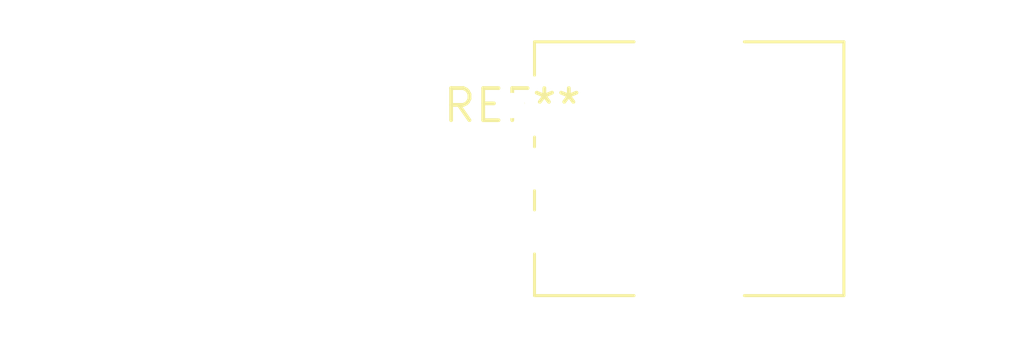
<source format=kicad_pcb>
(kicad_pcb (version 20240108) (generator pcbnew)
  (layers (0 "F.Cu" signal) (31 "B.Cu" signal) (34 "B.Paste" user) (35 "F.Paste" user) (36 "B.SilkS" user "B.Silkscreen") (37 "F.SilkS" user "F.Silkscreen") (38 "B.Mask" user) (39 "F.Mask" user) (44 "Edge.Cuts" user))
  (net 0 "")
  (footprint "Potentiometer_Alps_RK09K_Single_Vertical" (layer "F.Cu") (at 0 0)
    (property "Reference" "REF**")
    (property "Value" "Potentiometer_Alps_RK09K_Single_Vertical")
    (fp_line (start 0.88 -2.521) (end 0.88 -1.2) (layer "F.SilkS") (stroke (width 0.12)))
    (fp_line (start 0.88 -2.521) (end 4.817 -2.521) (layer "F.SilkS") (stroke (width 0.12)))
    (fp_line (start 0.88 1.25) (end 0.88 1.63) (layer "F.SilkS") (stroke (width 0.12)))
    (fp_line (start 0.88 3.371) (end 0.88 4.13) (layer "F.SilkS") (stroke (width 0.12)))
    (fp_line (start 0.88 5.87) (end 0.88 7.52) (layer "F.SilkS") (stroke (width 0.12)))
    (fp_line (start 0.88 7.52) (end 4.817 7.52) (layer "F.SilkS") (stroke (width 0.12)))
    (fp_line (start 9.184 -2.521) (end 13.12 -2.521) (layer "F.SilkS") (stroke (width 0.12)))
    (fp_line (start 9.184 7.52) (end 13.12 7.52) (layer "F.SilkS") (stroke (width 0.12)))
    (fp_line (start 13.12 -2.521) (end 13.12 7.52) (layer "F.SilkS") (stroke (width 0.12)))
    (pad "1" thru_hole rect (at 0 0) (size 1.8 1.8) (drill 1) (layers *.Cu *.Mask) (remove_unused_layers))
    (pad "2" thru_hole circle (at 0 2.5) (size 1.8 1.8) (drill 1) (layers *.Cu *.Mask) (remove_unused_layers))
    (pad "3" thru_hole circle (at 0 5) (size 1.8 1.8) (drill 1) (layers *.Cu *.Mask) (remove_unused_layers))
    (pad "MP" thru_hole roundrect (at 7 -1.9) (size 4 3) (drill oval 2.1 1.8) (layers *.Cu *.Mask) (remove_unused_layers))
    (pad "MP" thru_hole roundrect (at 7 6.9) (size 4 3) (drill oval 2.1 1.8) (layers *.Cu *.Mask) (remove_unused_layers))
  )
)
</source>
